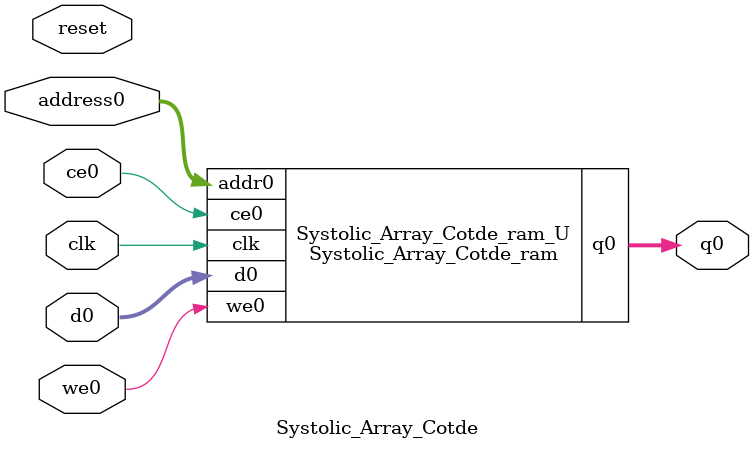
<source format=v>
`timescale 1 ns / 1 ps
module Systolic_Array_Cotde_ram (addr0, ce0, d0, we0, q0,  clk);

parameter DWIDTH = 32;
parameter AWIDTH = 9;
parameter MEM_SIZE = 500;

input[AWIDTH-1:0] addr0;
input ce0;
input[DWIDTH-1:0] d0;
input we0;
output reg[DWIDTH-1:0] q0;
input clk;

(* ram_style = "block" *)reg [DWIDTH-1:0] ram[0:MEM_SIZE-1];




always @(posedge clk)  
begin 
    if (ce0) begin
        if (we0) 
            ram[addr0] <= d0; 
        q0 <= ram[addr0];
    end
end


endmodule

`timescale 1 ns / 1 ps
module Systolic_Array_Cotde(
    reset,
    clk,
    address0,
    ce0,
    we0,
    d0,
    q0);

parameter DataWidth = 32'd32;
parameter AddressRange = 32'd500;
parameter AddressWidth = 32'd9;
input reset;
input clk;
input[AddressWidth - 1:0] address0;
input ce0;
input we0;
input[DataWidth - 1:0] d0;
output[DataWidth - 1:0] q0;



Systolic_Array_Cotde_ram Systolic_Array_Cotde_ram_U(
    .clk( clk ),
    .addr0( address0 ),
    .ce0( ce0 ),
    .we0( we0 ),
    .d0( d0 ),
    .q0( q0 ));

endmodule


</source>
